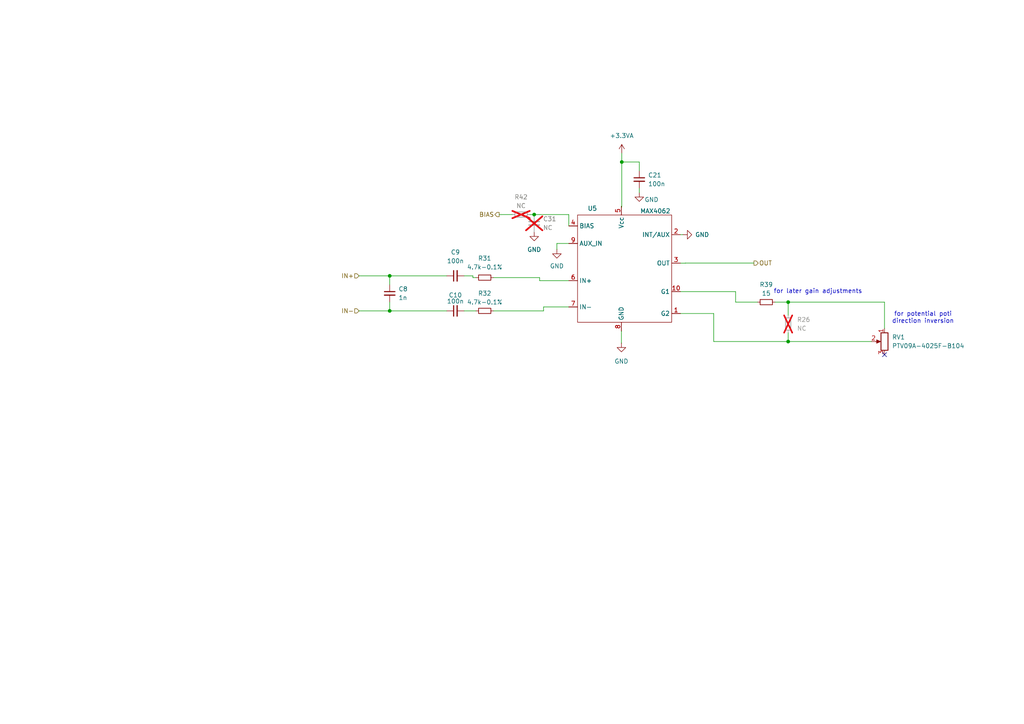
<source format=kicad_sch>
(kicad_sch (version 20231120) (generator "eeschema") (generator_version "8.0")
  (paper "A4")
  (lib_symbols
    (symbol "Device:C_Small" (pin_numbers hide) (pin_names (offset 0.254) hide)
      (property "Reference" "C" (at 0.254 1.778 0))
      (property "Value" "C_Small" (at 0.254 -2.032 0))
      (symbol "C_Small_0_1"
        (polyline (pts (xy -1.524 -0.508) (xy 1.524 -0.508)) (stroke (width 0.3302)))
        (polyline (pts (xy -1.524 0.508) (xy 1.524 0.508)) (stroke (width 0.3048)))
      )
      (symbol "C_Small_1_1"
        (pin passive line (at 0 2.54 270) (length 2.032) (name "~") (number "1"))
        (pin passive line (at 0 -2.54 90) (length 2.032) (name "~") (number "2"))
      )
    )
    (symbol "Device:R_Potentiometer" (pin_names (offset 1.016) hide)
      (property "Reference" "RV" (at -4.445 0 90))
      (property "Value" "R_Potentiometer" (at -2.54 0 90))
      (symbol "R_Potentiometer_0_1"
        (polyline (pts (xy 2.54 0) (xy 1.524 0)))
        (polyline (pts (xy 1.143 0) (xy 2.286 0.508) (xy 2.286 -0.508) (xy 1.143 0)) (fill (type outline)))
        (rectangle (start 1.016 2.54) (end -1.016 -2.54) (stroke (width 0.254)))
      )
      (symbol "R_Potentiometer_1_1"
        (pin passive line (at 0 3.81 270) (length 1.27) (name "1") (number "1"))
        (pin passive line (at 3.81 0 180) (length 1.27) (name "2") (number "2"))
        (pin passive line (at 0 -3.81 90) (length 1.27) (name "3") (number "3"))
      )
    )
    (symbol "Device:R_Small" (pin_numbers hide) (pin_names (offset 0.254) hide)
      (property "Reference" "R" (at 0.762 0.508 0))
      (property "Value" "R_Small" (at 0.762 -1.016 0))
      (symbol "R_Small_0_1"
        (rectangle (start -0.762 1.778) (end 0.762 -1.778) (stroke (width 0.2032)))
      )
      (symbol "R_Small_1_1"
        (pin passive line (at 0 2.54 270) (length 0.762) (name "~") (number "1"))
        (pin passive line (at 0 -2.54 90) (length 0.762) (name "~") (number "2"))
      )
    )
    (symbol "custom:MAX4062"
      (property "Reference" "U" (at 11.43 -17.145 0))
      (property "Value" "MAX4062" (at 0.635 0 0))
      (symbol "MAX4062_0_1"
        (rectangle (start -12.7 15.875) (end 14.605 -15.24))
      )
      (symbol "MAX4062_1_1"
        (pin input line (at 17.145 -12.7 180) (length 2.54) (name "G2") (number "1"))
        (pin output line (at 17.145 -6.35 180) (length 2.54) (name "G1") (number "10"))
        (pin input line (at 17.145 10.16 180) (length 2.54) (name "INT/AUX") (number "2"))
        (pin output line (at 17.145 1.905 180) (length 2.54) (name "OUT") (number "3"))
        (pin output line (at -15.24 12.7 0) (length 2.54) (name "BIAS") (number "4"))
        (pin input line (at 0 18.415 270) (length 2.54) (name "Vcc") (number "5"))
        (pin input line (at -15.24 -3.175 0) (length 2.54) (name "IN+") (number "6"))
        (pin input line (at -15.24 -10.795 0) (length 2.54) (name "IN-") (number "7"))
        (pin input line (at 0 -17.78 90) (length 2.54) (name "GND") (number "8"))
        (pin input line (at -15.24 7.62 0) (length 2.54) (name "AUX_IN") (number "9"))
      )
    )
    (symbol "power:+3.3VA" (power) (pin_numbers hide) (pin_names (offset 0) hide)
      (property "Value" "+3.3VA" (at 0 3.556 0))
      (symbol "+3.3VA_0_1"
        (polyline (pts (xy -0.762 1.27) (xy 0 2.54)))
        (polyline (pts (xy 0 0) (xy 0 2.54)))
        (polyline (pts (xy 0 2.54) (xy 0.762 1.27)))
      )
      (symbol "+3.3VA_1_1"
        (pin power_in line (at 0 0 90) (length 0) (name "~") (number "1"))
      )
    )
    (symbol "power:GND" (power) (pin_numbers hide) (pin_names (offset 0) hide)
      (property "Value" "GND" (at 0 -3.81 0))
      (symbol "GND_0_1"
        (polyline (pts (xy 0 0) (xy 0 -1.27) (xy 1.27 -1.27) (xy 0 -2.54) (xy -1.27 -1.27) (xy 0 -1.27)))
      )
      (symbol "GND_1_1"
        (pin power_in line (at 0 0 270) (length 0) (name "~") (number "1"))
      )
    )
  )
  (junction (at 228.6 99.06))
  (junction (at 154.94 62.23))
  (junction (at 113.03 80.01))
  (junction (at 180.34 46.99))
  (junction (at 113.03 90.17))
  (junction (at 228.6 87.63))
  (no_connect (at 256.54 102.87))
  (wire (pts (xy 185.42 46.99) (xy 180.34 46.99)))
  (wire (pts (xy 180.34 44.45) (xy 180.34 46.99)))
  (wire (pts (xy 104.14 90.17) (xy 113.03 90.17)))
  (wire (pts (xy 207.01 90.932) (xy 197.358 90.932)))
  (wire (pts (xy 198.8058 76.3016) (xy 218.6686 76.3016)))
  (wire (pts (xy 164.973 65.532) (xy 164.973 62.23)))
  (wire (pts (xy 180.213 60.0456) (xy 180.213 59.817)))
  (wire (pts (xy 198.8058 76.3016) (xy 198.8058 76.327)))
  (wire (pts (xy 161.5186 70.612) (xy 161.5186 72.3392)))
  (wire (pts (xy 228.6 99.06) (xy 228.6 96.52)))
  (wire (pts (xy 156.5148 80.518) (xy 156.5148 81.407)))
  (wire (pts (xy 213.36 84.582) (xy 197.358 84.582)))
  (wire (pts (xy 228.6 87.63) (xy 228.6 91.44)))
  (wire (pts (xy 164.973 62.23) (xy 154.94 62.23)))
  (wire (pts (xy 138.049 90.17) (xy 134.62 90.17)))
  (wire (pts (xy 224.79 87.63) (xy 228.6 87.63)))
  (wire (pts (xy 228.6 87.63) (xy 256.54 87.63)))
  (wire (pts (xy 104.14 80.01) (xy 113.03 80.01)))
  (wire (pts (xy 180.213 96.0374) (xy 180.213 96.012)))
  (wire (pts (xy 256.54 87.63) (xy 256.54 95.25)))
  (wire (pts (xy 113.03 90.17) (xy 129.54 90.17)))
  (wire (pts (xy 180.34 60.0456) (xy 180.213 60.0456)))
  (wire (pts (xy 134.62 80.01) (xy 137.16 80.01)))
  (wire (pts (xy 153.67 62.23) (xy 154.94 62.23)))
  (wire (pts (xy 180.2384 99.5172) (xy 180.2384 96.0374)))
  (wire (pts (xy 113.03 80.01) (xy 113.03 82.55)))
  (wire (pts (xy 156.5148 81.407) (xy 164.973 81.407)))
  (wire (pts (xy 137.16 80.01) (xy 137.16 80.518)))
  (wire (pts (xy 180.34 46.99) (xy 180.34 60.0456)))
  (wire (pts (xy 185.42 49.53) (xy 185.42 46.99)))
  (wire (pts (xy 213.36 84.582) (xy 213.36 87.63)))
  (wire (pts (xy 144.78 62.23) (xy 148.59 62.23)))
  (wire (pts (xy 157.6578 90.17) (xy 157.6578 89.027)))
  (wire (pts (xy 207.01 99.06) (xy 228.6 99.06)))
  (wire (pts (xy 198.8058 76.327) (xy 197.358 76.327)))
  (wire (pts (xy 207.01 99.06) (xy 207.01 90.932)))
  (wire (pts (xy 113.03 87.63) (xy 113.03 90.17)))
  (wire (pts (xy 143.129 80.518) (xy 156.5148 80.518)))
  (wire (pts (xy 180.2384 96.0374) (xy 180.213 96.0374)))
  (wire (pts (xy 137.16 80.518) (xy 138.049 80.518)))
  (wire (pts (xy 185.42 55.88) (xy 185.42 54.61)))
  (wire (pts (xy 143.129 90.17) (xy 157.6578 90.17)))
  (wire (pts (xy 213.36 87.63) (xy 219.71 87.63)))
  (wire (pts (xy 113.03 80.01) (xy 129.54 80.01)))
  (wire (pts (xy 164.973 70.612) (xy 161.5186 70.612)))
  (wire (pts (xy 198.0946 68.072) (xy 197.358 68.072)))
  (wire (pts (xy 157.6578 89.027) (xy 164.973 89.027)))
  (wire (pts (xy 228.6 99.06) (xy 252.73 99.06)))
  (text "for later gain adjustments" (at 237.236 84.582 0) (effects (font (size 1.27 1.27))))
  (text "for potential poti\ndirection inversion" (at 267.716 92.202 0) (effects (font (size 1.27 1.27))))
  (hierarchical_label "OUT" (shape output) (at 218.6686 76.3016 0))
  (hierarchical_label "IN+" (shape input) (at 104.14 80.01 180))
  (hierarchical_label "IN-" (shape input) (at 104.14 90.17 180))
  (hierarchical_label "BIAS" (shape output) (at 144.78 62.23 180))
  (symbol (lib_id "Device:R_Small") (at 228.6 93.98 0) (unit 1) (in_bom no) (dnp yes)
    (property "Reference" "R26" (at 231.14 92.7099 0) (effects (justify left)))
    (property "Value" "NC" (at 231.14 95.2499 0) (effects (justify left)))
    (property "Footprint" "Resistor_THT:R_Axial_DIN0207_L6.3mm_D2.5mm_P10.16mm_Horizontal" (effects (hide yes)))
    (property "Description" "Resistor, small symbol" (effects (hide yes)))
    (instances (project "spider2" (path "" (reference "R26") (unit 1)) (path "" (reference "R38") (unit 1))))
  )
  (symbol (lib_id "power:GND") (at 198.0946 68.072 90) (unit 1)
    (property "Reference" "#PWR042" (effects (hide yes)))
    (property "Value" "GND" (at 201.5998 68.072 90) (effects (justify right)))
    (property "Description" "Power symbol creates a global label with name \"GND\" , ground" (effects (hide yes)))
    (instances (project "spider2" (path "" (reference "#PWR042") (unit 1)) (path "" (reference "#PWR046") (unit 1))))
  )
  (symbol (lib_id "power:+3.3VA") (at 180.34 44.45 0) (unit 1)
    (property "Reference" "#PWR056" (effects (hide yes)))
    (property "Value" "+3.3VA" (at 180.34 39.37 0))
    (property "Description" "Power symbol creates a global label with name \"+3.3VA\"" (effects (hide yes)))
    (instances (project "spider2" (path "" (reference "#PWR056") (unit 1)) (path "" (reference "#PWR057") (unit 1))))
  )
  (symbol (lib_id "power:GND") (at 185.42 55.88 0) (unit 1)
    (property "Reference" "#PWR023" (effects (hide yes)))
    (property "Value" "GND" (at 188.976 57.912 0))
    (property "Description" "Power symbol creates a global label with name \"GND\" , ground" (effects (hide yes)))
    (instances (project "spider2" (path "" (reference "#PWR023") (unit 1)) (path "" (reference "#PWR024") (unit 1))))
  )
  (symbol (lib_id "power:GND") (at 154.94 67.31 0) (unit 1)
    (property "Reference" "#PWR051" (effects (hide yes)))
    (property "Value" "GND" (at 154.94 72.39 0))
    (property "Description" "Power symbol creates a global label with name \"GND\" , ground" (effects (hide yes)))
    (instances (project "spider2" (path "" (reference "#PWR051") (unit 1)) (path "" (reference "#PWR052") (unit 1))))
  )
  (symbol (lib_id "Device:R_Potentiometer") (at 256.54 99.06 0) (mirror y) (unit 1)
    (property "Reference" "RV1" (at 258.7244 97.79 0) (effects (justify right)))
    (property "Value" "PTV09A-4025F-B104" (at 258.7244 100.33 0) (effects (justify right)))
    (property "Footprint" "Potentiometer_THT:Potentiometer_Bourns_PTV09A-1_Single_Vertical" (effects (hide yes)))
    (property "Datasheet" "https://www.bourns.com/docs/product-datasheets/PTV09.pdf" (effects (hide yes)))
    (property "Description" "Potentiometer" (effects (hide yes)))
    (instances (project "spider2" (path "" (reference "RV1") (unit 1)) (path "" (reference "RV2") (unit 1))))
  )
  (symbol (lib_id "Device:R_Small") (at 151.13 62.23 90) (unit 1) (in_bom no) (dnp yes)
    (property "Reference" "R42" (at 151.13 57.15 90))
    (property "Value" "NC" (at 151.13 59.69 90))
    (property "Footprint" "Resistor_SMD:R_0805_2012Metric_Pad1.20x1.40mm_HandSolder" (effects (hide yes)))
    (property "Description" "Resistor, small symbol" (effects (hide yes)))
    (instances (project "spider2" (path "" (reference "R42") (unit 1)) (path "" (reference "R45") (unit 1))))
  )
  (symbol (lib_id "custom:MAX4062") (at 180.213 78.232 0) (unit 1)
    (property "Reference" "U5" (at 170.434 60.452 0) (effects (justify left)))
    (property "Value" "MAX4062" (at 185.674 61.214 0) (effects (justify left)))
    (property "Footprint" "Package_SO:MSOP-10_3x3mm_P0.5mm" (effects (hide yes)))
    (property "Datasheet" "https://www.farnell.com/datasheets/2000892.pdf" (effects (hide yes)))
    (instances (project "spider2" (path "" (reference "U5") (unit 1)) (path "" (reference "U6") (unit 1))))
  )
  (symbol (lib_id "Device:R_Small") (at 140.589 90.17 90) (unit 1)
    (property "Reference" "R32" (at 140.589 85.09 90))
    (property "Value" "4.7k-0.1%" (at 140.589 87.63 90))
    (property "Footprint" "Resistor_THT:R_Axial_DIN0207_L6.3mm_D2.5mm_P10.16mm_Horizontal" (effects (hide yes)))
    (property "Description" "Resistor, small symbol" (effects (hide yes)))
    (instances (project "spider2" (path "" (reference "R32") (unit 1)) (path "" (reference "R37") (unit 1))))
  )
  (symbol (lib_id "Device:R_Small") (at 140.589 80.518 90) (unit 1)
    (property "Reference" "R31" (at 140.589 74.93 90))
    (property "Value" "4.7k-0.1%" (at 140.589 77.47 90))
    (property "Footprint" "Resistor_THT:R_Axial_DIN0207_L6.3mm_D2.5mm_P10.16mm_Horizontal" (effects (hide yes)))
    (property "Description" "Resistor, small symbol" (effects (hide yes)))
    (instances (project "spider2" (path "" (reference "R31") (unit 1)) (path "" (reference "R36") (unit 1))))
  )
  (symbol (lib_id "Device:C_Small") (at 185.42 52.07 0) (unit 1)
    (property "Reference" "C21" (at 187.96 50.8062 0) (effects (justify left)))
    (property "Value" "100n" (at 187.96 53.3462 0) (effects (justify left)))
    (property "Footprint" "Capacitor_THT:C_Disc_D5.1mm_W3.2mm_P5.00mm" (effects (hide yes)))
    (property "Description" "Unpolarized capacitor, small symbol" (effects (hide yes)))
    (instances (project "spider2" (path "" (reference "C21") (unit 1)) (path "" (reference "C24") (unit 1))))
  )
  (symbol (lib_id "Device:C_Small") (at 132.08 90.17 90) (unit 1)
    (property "Reference" "C10" (at 132.08 85.598 90))
    (property "Value" "100n" (at 132.08 87.376 90))
    (property "Footprint" "Capacitor_THT:C_Disc_D5.1mm_W3.2mm_P5.00mm" (effects (hide yes)))
    (property "Description" "Unpolarized capacitor, small symbol" (effects (hide yes)))
    (instances (project "spider2" (path "" (reference "C10") (unit 1)) (path "" (reference "C14") (unit 1))))
  )
  (symbol (lib_id "Device:C_Small") (at 132.08 80.01 90) (unit 1)
    (property "Reference" "C9" (at 132.0863 73.152 90))
    (property "Value" "100n" (at 132.0863 75.692 90))
    (property "Footprint" "Capacitor_THT:C_Disc_D5.1mm_W3.2mm_P5.00mm" (effects (hide yes)))
    (property "Description" "Unpolarized capacitor, small symbol" (effects (hide yes)))
    (instances (project "spider2" (path "" (reference "C9") (unit 1)) (path "" (reference "C13") (unit 1))))
  )
  (symbol (lib_id "power:GND") (at 180.2384 99.5172 0) (unit 1)
    (property "Reference" "#PWR041" (effects (hide yes)))
    (property "Value" "GND" (at 180.2384 104.8004 0))
    (property "Description" "Power symbol creates a global label with name \"GND\" , ground" (effects (hide yes)))
    (instances (project "spider2" (path "" (reference "#PWR041") (unit 1)) (path "" (reference "#PWR045") (unit 1))))
  )
  (symbol (lib_id "Device:C_Small") (at 113.03 85.09 0) (unit 1)
    (property "Reference" "C8" (at 115.57 83.8263 0) (effects (justify left)))
    (property "Value" "1n" (at 115.57 86.36 0) (effects (justify left)))
    (property "Footprint" "Capacitor_THT:C_Disc_D5.1mm_W3.2mm_P5.00mm" (effects (hide yes)))
    (property "Description" "Unpolarized capacitor, small symbol" (effects (hide yes)))
    (instances (project "spider2" (path "" (reference "C8") (unit 1)) (path "" (reference "C12") (unit 1))))
  )
  (symbol (lib_id "power:GND") (at 161.5186 72.3392 0) (unit 1)
    (property "Reference" "#PWR039" (effects (hide yes)))
    (property "Value" "GND" (at 161.5186 77.1652 0))
    (property "Description" "Power symbol creates a global label with name \"GND\" , ground" (effects (hide yes)))
    (instances (project "spider2" (path "" (reference "#PWR039") (unit 1)) (path "" (reference "#PWR043") (unit 1))))
  )
  (symbol (lib_id "Device:C_Small") (at 154.94 64.77 0) (unit 1) (in_bom no) (dnp yes)
    (property "Reference" "C31" (at 157.48 63.5062 0) (effects (justify left)))
    (property "Value" "NC" (at 157.48 66.0462 0) (effects (justify left)))
    (property "Footprint" "Capacitor_SMD:C_0805_2012Metric_Pad1.18x1.45mm_HandSolder" (effects (hide yes)))
    (property "Description" "Unpolarized capacitor, small symbol" (effects (hide yes)))
    (instances (project "spider2" (path "" (reference "C31") (unit 1)) (path "" (reference "C32") (unit 1))))
  )
  (symbol (lib_id "Device:R_Small") (at 222.25 87.63 90) (unit 1)
    (property "Reference" "R39" (at 222.25 82.55 90))
    (property "Value" "15" (at 222.25 85.09 90))
    (property "Footprint" "Resistor_THT:R_Axial_DIN0207_L6.3mm_D2.5mm_P10.16mm_Horizontal" (effects (hide yes)))
    (property "Description" "Resistor, small symbol" (effects (hide yes)))
    (instances (project "spider2" (path "" (reference "R39") (unit 1)) (path "" (reference "R40") (unit 1))))
  )
)
</source>
